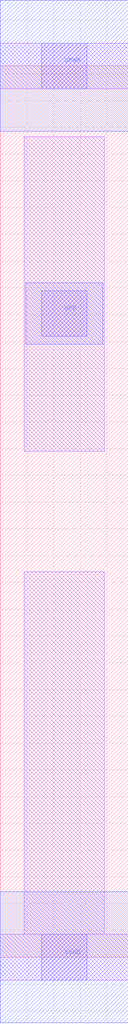
<source format=lef>
# Copyright 2020 The SkyWater PDK Authors
#
# Licensed under the Apache License, Version 2.0 (the "License");
# you may not use this file except in compliance with the License.
# You may obtain a copy of the License at
#
#     https://www.apache.org/licenses/LICENSE-2.0
#
# Unless required by applicable law or agreed to in writing, software
# distributed under the License is distributed on an "AS IS" BASIS,
# WITHOUT WARRANTIES OR CONDITIONS OF ANY KIND, either express or implied.
# See the License for the specific language governing permissions and
# limitations under the License.
#
# SPDX-License-Identifier: Apache-2.0

VERSION 5.5 ;
NAMESCASESENSITIVE ON ;
BUSBITCHARS "[]" ;
DIVIDERCHAR "/" ;
MACRO sky130_fd_sc_lp__tapvgnd2_1
  CLASS CORE WELLTAP ;
  SOURCE USER ;
  ORIGIN  0.000000  0.000000 ;
  SIZE  0.480000 BY  3.330000 ;
  SYMMETRY X Y R90 ;
  SITE unit ;
  PIN VGND
    DIRECTION INOUT ;
    USE GROUND ;
    PORT
      LAYER met1 ;
        RECT 0.000000 -0.245000 0.480000 0.245000 ;
    END
  END VGND
  PIN VNB
    DIRECTION INOUT ;
    USE GROUND ;
    PORT
    END
  END VNB
  PIN VPB
    DIRECTION INOUT ;
    USE POWER ;
    PORT
    END
  END VPB
  PIN VPB
    DIRECTION INOUT ;
    USE POWER ;
    PORT
      LAYER met1 ;
        RECT 0.095000 2.290000 0.385000 2.520000 ;
    END
  END VPB
  PIN VPWR
    DIRECTION INOUT ;
    USE POWER ;
    PORT
      LAYER met1 ;
        RECT 0.000000 3.085000 0.480000 3.575000 ;
    END
  END VPWR
  OBS
    LAYER li1 ;
      RECT 0.000000 -0.085000 0.480000 0.085000 ;
      RECT 0.000000  3.245000 0.480000 3.415000 ;
      RECT 0.090000  0.085000 0.390000 1.440000 ;
      RECT 0.090000  1.890000 0.390000 3.065000 ;
    LAYER mcon ;
      RECT 0.155000 -0.085000 0.325000 0.085000 ;
      RECT 0.155000  2.320000 0.325000 2.490000 ;
      RECT 0.155000  3.245000 0.325000 3.415000 ;
  END
END sky130_fd_sc_lp__tapvgnd2_1
END LIBRARY

</source>
